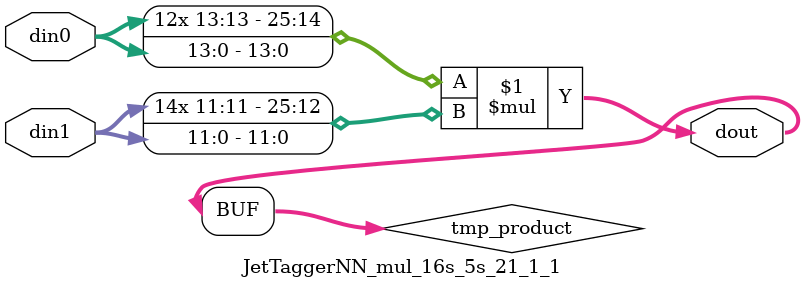
<source format=v>

`timescale 1 ns / 1 ps

  module JetTaggerNN_mul_16s_5s_21_1_1(din0, din1, dout);
parameter ID = 1;
parameter NUM_STAGE = 0;
parameter din0_WIDTH = 14;
parameter din1_WIDTH = 12;
parameter dout_WIDTH = 26;

input [din0_WIDTH - 1 : 0] din0; 
input [din1_WIDTH - 1 : 0] din1; 
output [dout_WIDTH - 1 : 0] dout;

wire signed [dout_WIDTH - 1 : 0] tmp_product;













assign tmp_product = $signed(din0) * $signed(din1);








assign dout = tmp_product;







endmodule

</source>
